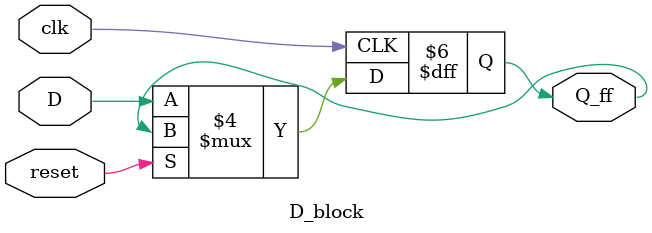
<source format=v>
module D_block(clk,reset,D,Q_ff);

  input clk,reset,D;
  parameter en = 1;
  output Q_ff;
  
  reg Q_ff;
  
  initial Q_ff = 0;
  
  always @(posedge clk) begin
    if(!reset) begin
      if(en)Q_ff <= D;
      else Q_ff <= 0;
    end
  end
    
endmodule

</source>
